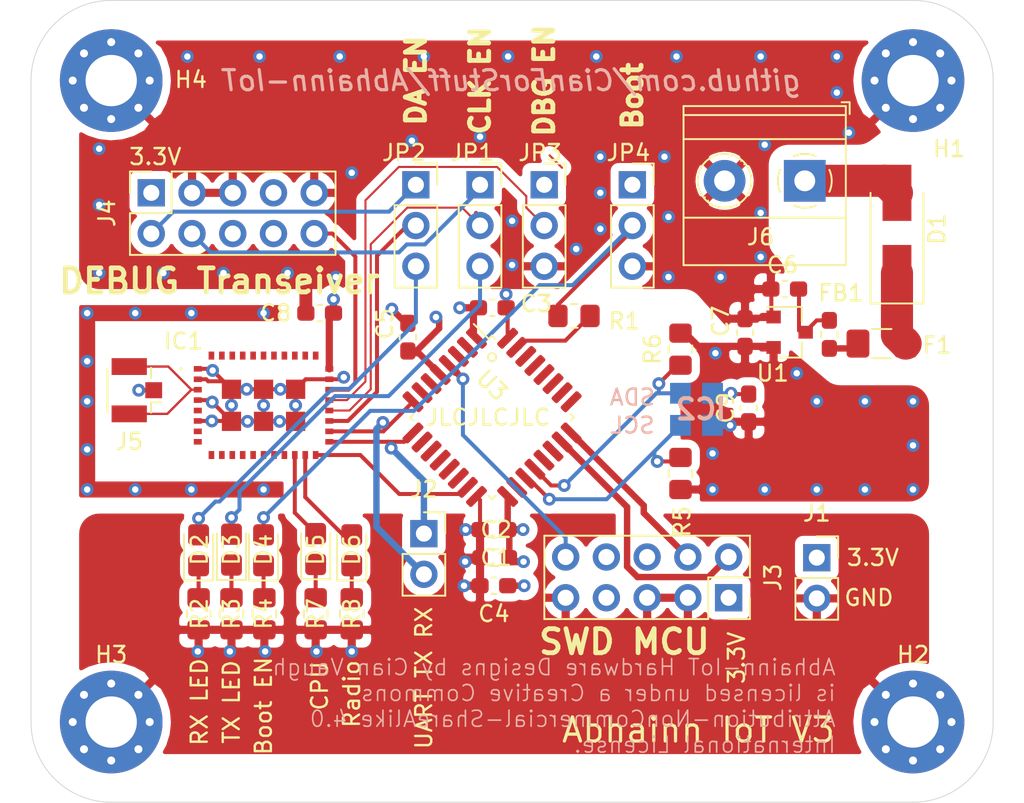
<source format=kicad_pcb>
(kicad_pcb (version 20210824) (generator pcbnew)
  (title_block (date "2021-07-03"))
  (layers (0 "F.Cu" signal) (1 "In1.Cu" power) (2 "In2.Cu" power) (31 "B.Cu" signal) (34 "B.Paste" user) (35 "F.Paste" user) (36 "B.SilkS" user "B.Silkscreen") (37 "F.SilkS" user "F.Silkscreen") (38 "B.Mask" user) (39 "F.Mask" user) (44 "Edge.Cuts" user))
  (net 0 "")
  (net 1 "GND")
  (net 2 "+3V3")
  (net 3 "Net-(C6-Pad1)")
  (net 4 "+5V")
  (net 5 "Net-(D1-Pad1)")
  (net 6 "LED_RX")
  (net 7 "Net-(D2-Pad1)")
  (net 8 "LED_TX")
  (net 9 "Net-(D3-Pad1)")
  (net 10 "Net-(D4-Pad2)")
  (net 11 "Net-(D4-Pad1)")
  (net 12 "CPU_LED")
  (net 13 "Net-(D5-Pad1)")
  (net 14 "RADIO_LED")
  (net 15 "Net-(D6-Pad1)")
  (net 16 "RESET_N")
  (net 17 "DBG_EN")
  (net 18 "TX_LED+DBG_CLK")
  (net 19 "RX_LED+DBG_DATA")
  (net 20 "LPUART1_TX")
  (net 21 "LPUART1_RX")
  (net 22 "DEEP_SLEEP_WAKUP")
  (net 23 "Net-(IC1-Pad3)")
  (net 24 "PRESSURE_SDA")
  (net 25 "PRESSURE_SCL")
  (net 26 "NRST")
  (net 27 "SWCLK")
  (net 28 "SWDIO")
  (net 29 "TS_DBG_CLK")
  (net 30 "TS_DBG_DATA")
  (net 31 "BOOT0")
  (net 32 "Net-(F1-Pad2)")
  (footprint "Resistor_SMD:R_0603_1608Metric_Pad0.98x0.95mm_HandSolder" (layer "F.Cu") (at 143.9125 89.75 180)
    (fp_text reference "C1")
    (fp_text value "10uF")
  )
  (footprint "Capacitor_SMD:C_0603_1608Metric_Pad1.08x0.95mm_HandSolder" (layer "F.Cu") (at 143.8625 88 180)
    (fp_text reference "C2")
    (fp_text value "100nF")
  )
  (footprint "Capacitor_SMD:C_0603_1608Metric_Pad1.08x0.95mm_HandSolder" (layer "F.Cu") (at 143.764 74.168)
    (fp_text reference "C3")
    (fp_text value "100nF")
  )
  (footprint "Capacitor_SMD:C_0603_1608Metric_Pad1.08x0.95mm_HandSolder" (layer "F.Cu") (at 143.8625 91.5 180)
    (fp_text reference "C4")
    (fp_text value "100nF")
  )
  (footprint "Capacitor_SMD:C_0603_1608Metric_Pad1.08x0.95mm_HandSolder" (layer "F.Cu") (at 138.5 76 90)
    (fp_text reference "C5")
    (fp_text value "100nF")
  )
  (footprint "Capacitor_SMD:C_0603_1608Metric_Pad1.08x0.95mm_HandSolder" (layer "F.Cu") (at 159.52456 75.71046 90)
    (fp_text reference "C7")
    (fp_text value "10uF")
  )
  (footprint "Capacitor_SMD:C_0603_1608Metric_Pad1.08x0.95mm_HandSolder" (layer "F.Cu") (at 133 74.5 180)
    (fp_text reference "C8")
    (fp_text value "4.7uf")
  )
  (footprint "Capacitor_SMD:C_0603_1608Metric_Pad1.08x0.95mm_HandSolder" (layer "F.Cu") (at 159.75 80.4125 90)
    (fp_text reference "C9")
    (fp_text value "100nF")
  )
  (footprint "LED_SMD:LED_0805_2012Metric_Castellated" (layer "F.Cu") (at 125.45 89.2875 90)
    (fp_text reference "D2")
    (fp_text value "YELLOW")
  )
  (footprint "LED_SMD:LED_0805_2012Metric_Castellated" (layer "F.Cu") (at 129.5 89.2875 90)
    (fp_text reference "D4")
    (fp_text value "YELLOW")
  )
  (footprint "LED_SMD:LED_0805_2012Metric_Castellated" (layer "F.Cu") (at 132.75 89.2125 90)
    (fp_text reference "D5")
    (fp_text value "YELLOW")
  )
  (footprint "LED_SMD:LED_0805_2012Metric_Castellated" (layer "F.Cu") (at 135 89.2875 90)
    (fp_text reference "D6")
    (fp_text value "YELLOW")
  )
  (footprint "Inductor_SMD:L_0603_1608Metric_Pad1.05x0.95mm_HandSolder" (layer "F.Cu") (at 164.78236 75.82716 90)
    (fp_text reference "FB1")
    (fp_text value "100 @ 100Mhz")
  )
  (footprint "MountingHole:MountingHole_3.2mm_M3_Pad_Via" (layer "F.Cu") (at 170 100)
    (fp_text reference "H2")
    (fp_text value "MountingHole_Pad")
  )
  (footprint "SamacSys_Parts:AXSIPSFEU101TX30" (layer "F.Cu") (at 129.5 80.25)
    (fp_text reference "IC1")
    (fp_text value "AX-SIP-SFEU-1-01-TX30" hide)
  )
  (footprint "Connector_PinSocket_2.54mm:PinSocket_1x02_P2.54mm_Vertical" (layer "F.Cu") (at 164 89.75)
    (fp_text reference "J1")
    (fp_text value "Conn_01x02")
  )
  (footprint "Connector_PinSocket_2.54mm:PinSocket_1x02_P2.54mm_Vertical" (layer "F.Cu") (at 139.5 88.25)
    (fp_text reference "J2")
    (fp_text value "Conn_01x02")
  )
  (footprint "Connector_PinSocket_2.54mm:PinSocket_2x05_P2.54mm_Vertical" (layer "F.Cu") (at 158.5 92.25 -90)
    (fp_text reference "J3")
    (fp_text value "Conn_02x05_Odd_Even")
  )
  (footprint "Connector_PinSocket_2.54mm:PinSocket_2x05_P2.54mm_Vertical" (layer "F.Cu") (at 122.5 67 90)
    (fp_text reference "J4")
    (fp_text value "Conn_02x05_Odd_Even")
  )
  (footprint "TerminalBlock_Phoenix:TerminalBlock_Phoenix_MKDS-1,5-2_1x02_P5.00mm_Horizontal" (layer "F.Cu") (at 163.25 66.25 180)
    (fp_text reference "J6")
    (fp_text value "Conn_01x02_Female")
  )
  (footprint "Connector_PinSocket_2.54mm:PinSocket_1x03_P2.54mm_Vertical" (layer "F.Cu") (at 143 66.5)
    (fp_text reference "JP1")
    (fp_text value "Jumper_3_Bridged12")
  )
  (footprint "Connector_PinSocket_2.54mm:PinSocket_1x03_P2.54mm_Vertical" (layer "F.Cu") (at 139 66.5)
    (fp_text reference "JP2")
    (fp_text value "Jumper_3_Bridged12")
  )
  (footprint "Connector_PinSocket_2.54mm:PinSocket_1x03_P2.54mm_Vertical" (layer "F.Cu") (at 147 66.5)
    (fp_text reference "JP3")
    (fp_text value "Jumper_3_Bridged12")
  )
  (footprint "Connector_PinSocket_2.54mm:PinSocket_1x03_P2.54mm_Vertical" (layer "F.Cu") (at 152.5 66.5)
    (fp_text reference "JP4")
    (fp_text value "Jumper_3_Bridged12")
  )
  (footprint "Resistor_SMD:R_0805_2012Metric_Pad1.20x1.40mm_HandSolder" (layer "F.Cu") (at 148.86 74.676)
    (fp_text reference "R1")
    (fp_text value "10k")
  )
  (footprint "Resistor_SMD:R_0805_2012Metric_Pad1.20x1.40mm_HandSolder" (layer "F.Cu") (at 125.45 93.25 -90)
    (fp_text reference "R2")
    (fp_text value "2k")
  )
  (footprint "Resistor_SMD:R_0805_2012Metric_Pad1.20x1.40mm_HandSolder" (layer "F.Cu") (at 129.55 93.25 -90)
    (fp_text reference "R4")
    (fp_text value "2k")
  )
  (footprint "Resistor_SMD:R_0805_2012Metric_Pad1.20x1.40mm_HandSolder" (layer "F.Cu") (at 132.75 93.25 -90)
    (fp_text reference "R7")
    (fp_text value "2k")
  )
  (footprint "Resistor_SMD:R_0805_2012Metric_Pad1.20x1.40mm_HandSolder" (layer "F.Cu") (at 135 93.25 -90)
    (fp_text reference "R8")
    (fp_text value "2k")
  )
  (footprint "Package_QFP:LQFP-32_7x7mm_P0.8mm" (layer "F.Cu") (at 143.75 81 -45)
    (fp_text reference "U3")
    (fp_text value "STM32L082KZTx")
  )
  (footprint "Connector_Coaxial:U.FL_Hirose_U.FL-R-SMT-1_Vertical" (layer "F.Cu") (at 121.59998 79.30822 180)
    (fp_text reference "J5")
    (fp_text value "Conn_Coaxial")
  )
  (footprint "MountingHole:MountingHole_3.2mm_M3_Pad_Via" (layer "F.Cu") (at 170 60)
    (fp_text reference "H1")
    (fp_text value "MountingHole_Pad")
  )
  (footprint "Capacitor_SMD:C_0603_1608Metric_Pad1.08x0.95mm_HandSolder" (layer "F.Cu") (at 162 73 180)
    (fp_text reference "C6")
    (fp_text value "10uF")
  )
  (footprint "Package_TO_SOT_SMD:SOT-23" (layer "F.Cu") (at 162.306 75.692)
    (fp_text reference "U1")
    (fp_text value "XC6206PxxxMR")
  )
  (footprint "Diode_SMD:D_SMA_Handsoldering" (layer "F.Cu") (at 169 69.5 90)
    (fp_text reference "D1")
    (fp_text value "B5819W")
  )
  (footprint "Fuse:Fuse_1206_3216Metric_Pad1.42x1.75mm_HandSolder" (layer "F.Cu") (at 168.05388 76.40244 180)
    (fp_text reference "F1")
    (fp_text value "500mA")
  )
  (footprint "LED_SMD:LED_0805_2012Metric_Castellated" (layer "F.Cu") (at 127.5 89.25 90)
    (fp_text reference "D3")
    (fp_text value "YELLOW")
  )
  (footprint "Resistor_SMD:R_0805_2012Metric_Pad1.20x1.40mm_HandSolder" (layer "F.Cu") (at 127.5 93.25 -90)
    (fp_text reference "R3")
    (fp_text value "2k")
  )
  (footprint "MountingHole:MountingHole_3.2mm_M3_Pad_Via" (layer "F.Cu") (at 120 100)
    (fp_text reference "H3")
    (fp_text value "MountingHole_Pad")
  )
  (footprint "Resistor_SMD:R_0805_2012Metric_Pad1.20x1.40mm_HandSolder" (layer "F.Cu") (at 155.5 84.5 90)
    (fp_text reference "R5")
    (fp_text value "10k")
  )
  (footprint "Resistor_SMD:R_0805_2012Metric_Pad1.20x1.40mm_HandSolder" (layer "F.Cu") (at 155.5 76.75 -90)
    (fp_text reference "R6")
    (fp_text value "10k")
  )
  (footprint "MountingHole:MountingHole_3.2mm_M3_Pad_Via" (layer "F.Cu") (at 120 60)
    (fp_text reference "H4")
    (fp_text value "MountingHole_Pad")
  )
  (footprint "SamacSys_Parts:MS584002BA01" (layer "B.Cu") (at 156.5 80.5 180)
    (fp_text reference "IC2")
    (fp_text value "MS5840-02BA01" hide)
  )
  (gr_circle (center 143.75 77.25) (end 143.75 77.5) (layer "F.SilkS") (width 0.12) (fill none))
  (gr_line (start 175 60) (end 175 100) (layer "Edge.Cuts") (width 0.05))
  (gr_line (start 120 105) (end 170 105) (layer "Edge.Cuts") (width 0.05))
  (gr_line (start 115 100) (end 115 60) (layer "Edge.Cuts") (width 0.05))
  (gr_line (start 120 55) (end 170 55) (layer "Edge.Cuts") (width 0.05))
  (gr_arc (start 170 60) (end 175 60) (angle -90) (layer "Edge.Cuts") (width 0.05))
  (gr_arc (start 170 100) (end 170 105) (angle -90) (layer "Edge.Cuts") (width 0.05))
  (gr_arc (start 120 60) (end 120 55) (angle -90) (layer "Edge.Cuts") (width 0.05))
  (gr_arc (start 120 100) (end 115 100) (angle -90) (layer "Edge.Cuts") (width 0.05))
  (gr_text "SCL" (at 152.5 81.5) (layer "B.SilkS") (effects (font (size 1 1)) (justify mirror)))
  (gr_text "Abhainn-IoT Hardware Designs by Cian Vaugh \nis licensed under a Creative Commons\nAttribution-NonCommercial-ShareAlike 4.0\nInternational License.\n" (at 165.25 99) (layer "B.SilkS") (effects (font (size 1 1) (thickness 0.1)) (justify left mirror)))
  (gr_text "SDA" (at 152.5 79.75) (layer "B.SilkS") (effects (font (size 1 1)) (justify mirror)))
  (gr_text "github.com/CianForStuff/Abhainn-IoT" (at 145 60) (layer "B.SilkS") (effects (font (size 1.25 1.25) (thickness 0.2) italic) (justify mirror)))
  (gr_text "Boot \n" (at 152.5 60.5 90) (layer "F.SilkS") (effects (font (size 1.2 1.2) (thickness 0.3))))
  (gr_text "DEBUG Transeiver\n" (at 126.75 72.5) (layer "F.SilkS") (effects (font (size 1.5 1.5) (thickness 0.3))))
  (gr_text "CPU" (at 133 97.75 90) (layer "F.SilkS") (effects (font (size 1 1))))
  (gr_text "Radio\n" (at 135 98.25 90) (layer "F.SilkS") (effects (font (size 1 1))))
  (gr_text "GND\n" (at 167.25 92.25) (layer "F.SilkS") (effects (font (size 1 1))))
  (gr_text "DA EN\n" (at 139 60 90) (layer "F.SilkS") (effects (font (size 1.2 1.2) (thickness 0.3))))
  (gr_text "RX LED" (at 125.5 98.75 90) (layer "F.SilkS") (effects (font (size 1 1))))
  (gr_text "SWD MCU" (at 152 95) (layer "F.SilkS") (effects (font (size 1.5 1.5) (thickness 0.3))))
  (gr_text "JLCJLCJLC" (at 143.5 81) (layer "F.SilkS") (effects (font (size 1 1))))
  (gr_text "3.3V" (at 159 96 90) (layer "F.SilkS") (effects (font (size 1 1))))
  (gr_text "DBG EN" (at 147 60 90) (layer "F.SilkS") (effects (font (size 1.2 1.2) (thickness 0.3))))
  (gr_text "Boot EN\n" (at 129.5 99 90) (layer "F.SilkS") (effects (font (size 1 1))))
  (gr_text "3.3V\n" (at 167.5 89.75) (layer "F.SilkS") (effects (font (size 1 1))))
  (gr_text "TX LED\n" (at 127.5 98.75 90) (layer "F.SilkS") (effects (font (size 1 1))))
  (gr_text "CLK EN\n" (at 143 60 90) (layer "F.SilkS") (effects (font (size 1.2 1.2) (thickness 0.3))))
  (gr_text "3.3V\n" (at 122.75 64.75) (layer "F.SilkS") (effects (font (size 1 1))))
  (gr_text "UART TX RX" (at 139.5 97.25 90) (layer "F.SilkS") (effects (font (size 1 1))))
  (gr_text "Abhainn IoT V3" (at 165.25 100.5) (layer "F.SilkS") (effects (font (size 1.5 1.5) (thickness 0.2)) (justify right)))
  (segment (start 148.115001 65.437999) (end 147.336983 64.659981) (width 0.13) (layer "F.Cu") (net 0))
  (segment (start 142.07 90) (end 142.07 90) (width 0.25) (layer "F.Cu") (net 1))
  (segment (start 142.102 88) (end 142.102 88) (width 0.25) (layer "F.Cu") (net 1))
  (segment (start 144.6265 73.3265) (end 144.6265 73.3265) (width 0.25) (layer "F.Cu") (net 1))
  (segment (start 134.5 78.5) (end 134.5 78.5) (width 0.25) (layer "F.Cu") (net 1))
  (segment (start 121.7186 79.30822) (end 121.7186 79.30822) (width 0.25) (layer "F.Cu") (net 1))
  (segment (start 127.5 80.25) (end 127.5 79.25) (width 0.25) (layer "F.Cu") (net 1))
  (segment (start 129.5 80.25) (end 129.5 81.25) (width 0.25) (layer "F.Cu") (net 1))
  (segment (start 131.5 80.25) (end 131.5 79.25) (width 0.25) (layer "F.Cu") (net 1))
  (segment (start 130.55 79.25) (end 131.5 79.25) (width 0.25) (layer "F.Cu") (net 1))
  (segment (start 128.45 79.25) (end 129.5 79.25) (width 0.25) (layer "F.Cu") (net 1))
  (segment (start 128.5 81.25) (end 127.5 81.25) (width 0.25) (layer "F.Cu") (net 1))
  (segment (start 130.5 81.25) (end 129.5 81.25) (width 0.25) (layer "F.Cu") (net 1))
  (segment (start 126.325 78.075) (end 127.5 79.25) (width 0.25) (layer "F.Cu") (net 1))
  (segment (start 126.3 80.05) (end 127.5 81.25) (width 0.25) (layer "F.Cu") (net 1))
  (segment (start 126.275 81.225) (end 127.475 81.225) (width 0.25) (layer "F.Cu") (net 1))
  (segment (start 161.025 74.765) (end 161.13 74.87) (width 0.25) (layer "F.Cu") (net 1))
  (segment (start 161.1125 74.8875) (end 161.13 74.87) (width 0.25) (layer "F.Cu") (net 1))
  (segment (start 142 91.5) (end 142 91.5) (width 0.4) (layer "F.Cu") (net 1))
  (segment (start 144.999999 71.500001) (end 147.480001 71.500001) (width 0.25) (layer "F.Cu") (net 1))
  (segment (start 161.1654 74.8346) (end 161.13 74.87) (width 0.25) (layer "F.Cu") (net 1))
  (segment (start 125.4 77.975) (end 126.225 77.975) (width 0.25) (layer "F.Cu") (net 1))
  (segment (start 133.6 78.625) (end 134.375 78.625) (width 0.25) (layer "F.Cu") (net 1))
  (segment (start 134.375 78.625) (end 134.5 78.5) (width 0.25) (layer "F.Cu") (net 1))
  (segment (start 131.5 81.25) (end 131.5 80.25) (width 0.25) (layer "F.Cu") (net 1))
  (segment (start 127.5 81.25) (end 127.5 80.25) (width 0.25) (layer "F.Cu") (net 1))
  (segment (start 144.722272 74.263772) (end 144.6265 74.168) (width 0.25) (layer "F.Cu") (net 1))
  (segment (start 143 88) (end 143 86.154342) (width 0.25) (layer "F.Cu") (net 1))
  (segment (start 159.75 79.55) (end 158.7 79.55) (width 0.25) (layer "F.Cu") (net 1))
  (segment (start 125.4 79.925) (end 126.175 79.925) (width 0.25) (layer "F.Cu") (net 1))
  (segment (start 125.925 78.625) (end 126.05 78.75) (width 0.25) (layer "F.Cu") (net 1))
  (segment (start 127.475 81.225) (end 127.5 81.25) (width 0.25) (layer "F.Cu") (net 1))
  (segment (start 126.175 79.925) (end 126.3 80.05) (width 0.25) (layer "F.Cu") (net 1))
  (segment (start 158.7 79.55) (end 158.65 79.5) (width 0.25) (layer "F.Cu") (net 1))
  (segment (start 126.225 77.975) (end 126.325 78.075) (width 0.25) (layer "F.Cu") (net 1))
  (segment (start 127.5 79.25) (end 127.5 79.3) (width 0.25) (layer "F.Cu") (net 1))
  (segment (start 161.10796 74.84796) (end 161.13 74.87) (width 0.25) (layer "F.Cu") (net 1))
  (segment (start 144.722272 76.06793) (end 144.722272 74.263772) (width 0.25) (layer "F.Cu") (net 1))
  (segment (start 138.5 75.1375) (end 138.3875 75.1375) (width 0.4) (layer "F.Cu") (net 1))
  (segment (start 143 86.154342) (end 142.777728 85.93207) (width 0.25) (layer "F.Cu") (net 1))
  (segment (start 159.52456 74.84796) (end 159.52456 67.52456) (width 0.25) (layer "F.Cu") (net 1))
  (segment (start 129.5 79.25) (end 130.55 79.25) (width 0.25) (layer "F.Cu") (net 1))
  (segment (start 125.4 78.625) (end 125.925 78.625) (width 0.25) (layer "F.Cu") (net 1))
  (segment (start 132.125 78.625) (end 131.5 79.25) (width 0.25) (layer "F.Cu") (net 1))
  (segment (start 125.4 81.225) (end 126.275 81.225) (width 0.25) (layer "F.Cu") (net 1))
  (segment (start 126.05 78.75) (end 127 78.75) (width 0.25) (layer "F.Cu") (net 1))
  (segment (start 159.52456 74.84796) (end 161.10796 74.84796) (width 0.25) (layer "F.Cu") (net 1))
  (segment (start 127.5 79.25) (end 128.45 79.25) (width 0.25) (layer "F.Cu") (net 1))
  (segment (start 138.3875 75.1375) (end 137.5 74.25) (width 0.4) (layer "F.Cu") (net 1))
  (segment (start 122.64998 79.30822) (end 121.7186 79.30822) (width 0.25) (layer "F.Cu") (net 1))
  (segment (start 131.5 81.25) (end 130.5 81.25) (width 0.25) (layer "F.Cu") (net 1))
  (segment (start 129.5 79.25) (end 129.5 80.25) (width 0.25) (layer "F.Cu") (net 1))
  (segment (start 144.6265 74.168) (end 144.6265 73.3265) (width 0.25) (layer "F.Cu") (net 1))
  (segment (start 159.52456 67.52456) (end 158.25 66.25) (width 0.25) (layer "F.Cu") (net 1))
  (segment (start 127 78.75) (end 127.5 79.25) (width 0.25) (layer "F.Cu") (net 1))
  (segment (start 129.5 81.25) (end 128.5 81.25) (width 0.25) (layer "F.Cu") (net 1))
  (segment (start 133.6 78.625) (end 132.125 78.625) (width 0.25) (layer "F.Cu") (net 1))
  (segment (start 132.1375 74.5) (end 132.1375 72.6375) (width 0.8) (layer "F.Cu") (net 1))
  (segment (start 143 90) (end 143 88) (width 0.4) (layer "F.Cu") (net 1))
  (segment (start 143 90) (end 142.07 90) (width 0.25) (layer "F.Cu") (net 1))
  (segment (start 161.1654 73.22236) (end 161.1654 74.8346) (width 0.25) (layer "F.Cu") (net 1))
  (segment (start 143 91.5) (end 142 91.5) (width 0.4) (layer "F.Cu") (net 1))
  (segment (start 143 88) (end 142.102 88) (width 0.25) (layer "F.Cu") (net 1))
  (via (at 143 63.5) (size 0.8) (drill 0.4) (layers "F.Cu" "B.Cu") (net 1))
  (via (at 131 72) (size 0.8) (drill 0.4) (layers "F.Cu" "B.Cu") (net 1))
  (via (at 128.5 81.25) (size 0.8) (drill 0.4) (layers "F.Cu" "B.Cu") (net 1))
  (via (at 119.25 67.75) (size 0.8) (drill 0.4) (layers "F.Cu" "B.Cu") (net 1))
  (via (at 121.5 85.5) (size 0.8) (drill 0.4) (layers "F.Cu" "B.Cu") (net 1))
  (via (at 132.8 95.6) (size 0.8) (drill 0.4) (layers "F.Cu" "B.Cu") (net 1))
  (via (at 129.5 85.5) (size 0.8) (drill 0.4) (layers "F.Cu" "B.Cu") (net 1))
  (via (at 150.25 58.5) (size 0.8) (drill 0.4) (layers "F.Cu" "B.Cu") (net 1))
  (via (at 125 85.5) (size 0.8) (drill 0.4) (layers "F.Cu" "B.Cu") (net 1))
  (via (at 134 72.25) (size 0.8) (drill 0.4) (layers "F.Cu" "B.Cu") (net 1))
  (via (at 154.5 64.75) (size 0.8) (drill 0.4) (layers "F.Cu" "B.Cu") (net 1))
  (via (at 165.25 58.5) (size 0.8) (drill 0.4) (layers "F.Cu" "B.Cu") (net 1))
  (via (at 154.75 72.25) (size 0.8) (drill 0.4) (layers "F.Cu" "B.Cu") (net 1))
  (via (at 130.5 81.25) (size 0.8) (drill 0.4) (layers "F.Cu" "B.Cu") (net 1))
  (via (at 134.25 58.5) (size 0.8) (drill 0.4) (layers "F.Cu" "B.Cu") (net 1))
  (via (at 121.5 74.5) (size 0.8) (drill 0.4) (layers "F.Cu" "B.Cu") (net 1))
  (via (at 121.7186 79.30822) (size 0.8) (drill 0.4) (layers "F.Cu" "B.Cu") (net 1))
  (via (at 160.75 64) (size 0.8) (drill 0.4) (layers "F.Cu" "B.Cu") (net 1))
  (via (at 130.55 79.25) (size 0.8) (drill 0.4) (layers "F.Cu" "B.Cu") (net 1))
  (via (at 127.5 80.25) (size 0.8) (drill 0.4) (layers "F.Cu" "B.Cu") (net 1))
  (via (at 166 63.25) (size 0.8) (drill 0.4) (layers "F.Cu" "B.Cu") (net 1))
  (via (at 142 91.5) (size 0.8) (drill 0.4) (layers "F.Cu" "B.Cu") (net 1))
  (via (at 123.25 72) (size 0.8) (drill 0.4) (layers "F.Cu" "B.Cu") (net 1))
  (via (at 118.5 85.5) (size 0.8) (drill 0.4) (layers "F.Cu" "B.Cu") (net 1))
  (via (at 144.6265 73.3265) (size 0.8) (drill 0.4) (layers "F.Cu" "B.Cu") (net 1))
  (via (at 142.102 88) (size 0.8) (drill 0.4) (layers "F.Cu" "B.Cu") (net 1))
  (via (at 150.5 64.75) (size 0.8) (drill 0.4) (layers "F.Cu" "B.Cu") (net 1))
  (via (at 135 95.6) (size 0.8) (drill 0.4) (layers "F.Cu" "B.Cu") (net 1))
  (via (at 154.75 68.5) (size 0.8) (drill 0.4) (layers "F.Cu" "B.Cu") (net 1))
  (via (at 129.5 74.5) (size 0.8) (drill 0.4) (layers "F.Cu" "B.Cu") (net 1))
  (via (at 124.75 58.5) (size 0.8) (drill 0.4) (layers "F.Cu" "B.Cu") (net 1))
  (via (at 129.25 58.5) (size 0.8) (drill 0.4) (layers "F.Cu" "B.Cu") (net 1))
  (via (at 129.5 80.25) (size 0.8) (drill 0.4) (layers "F.Cu" "B.Cu") (net 1))
  (via (at 165.25 60.75) (size 0.8) (drill 0.4) (layers "F.Cu" "B.Cu") (net 1))
  (via (at 137.5 74.25) (size 0.8) (drill 0.4) (layers "F.Cu" "B.Cu") (net 1))
  (via (at 134.5 78.5) (size 0.8) (drill 0.4) (layers "F.Cu" "B.Cu") (net 1))
  (via (at 144.75 58.5) (size 0.8) (drill 0.4) (layers "F.Cu" "B.Cu") (net 1))
  (via (at 138.75 63.75) (size 0.8) (drill 0.4) (layers "F.Cu" "B.Cu") (net 1))
  (via (at 127.4 95.6) (size 0.8) (drill 0.4) (layers "F.Cu" "B.Cu") (net 1))
  (via (at 135 65.75) (size 0.8) (drill 0.4) (layers "F.Cu" "B.Cu") (net 1))
  (via (at 160.5 58.5) (size 0.8) (drill 0.4) (layers "F.Cu" "B.Cu") (net 1))
  (via (at 126.325 78.075) (size 0.8) (drill 0.4) (layers "F.Cu" "B.Cu") (net 1))
  (via (at 126.275 81.225) (size 0.8) (drill 0.4) (layers "F.Cu" "B.Cu") (net 1))
  (via (at 142.07 90) (size 0.8) (drill 0.4) (layers "F.Cu" "B.Cu") (net 1))
  (via (at 125.4 95.6) (size 0.8) (drill 0.4) (layers "F.Cu" "B.Cu") (net 1))
  (via (at 118.5 83) (size 0.8) (drill 0.4) (layers "F.Cu" "B.Cu") (net 1))
  (via (at 125 74.5) (size 0.8) (drill 0.4) (layers "F.Cu" "B.Cu") (net 1))
  (via (at 150.5 67) (size 0.8) (drill 0.4) (layers "F.Cu" "B.Cu") (net 1))
  (via (at 144.999999 71.500001) (size 0.8) (drill 0.4) (layers "F.Cu" "B.Cu") (net 1))
  (via (at 118.5 77.5) (size 0.8) (drill 0.4) (layers "F.Cu" "B.Cu") (net 1))
  (via (at 160.5 68.25) (size 0.8) (drill 0.4) (layers "F.Cu" "B.Cu") (net 1))
  (via (at 131.5 80.25) (size 0.8) (drill 0.4) (layers "F.Cu" "B.Cu") (net 1))
  (via (at 158.65 79.5) (size 0.8) (drill 0.4) (layers "F.Cu" "B.Cu") (net 1))
  (via (at 118.5 74.5) (size 0.8) (drill 0.4) (layers "F.Cu" "B.Cu") (net 1))
  (via (at 127 72) (size 0.8) (drill 0.4) (layers "F.Cu" "B.Cu") (net 1))
  (via (at 119.25 72) (size 0.8) (drill 0.4) (layers "F.Cu" "B.Cu") (net 1))
  (via (at 149 70.5) (size 0.8) (drill 0.4) (layers "F.Cu" "B.Cu") (net 1))
  (via (at 118.5 80) (size 0.8) (drill 0.4) (layers "F.Cu" "B.Cu") (net 1))
  (via (at 145 68.75) (size 0.8) (drill 0.4) (layers "F.Cu" "B.Cu") (net 1))
  (via (at 129.6 95.6) (size 0.8) (drill 0.4) (layers "F.Cu" "B.Cu") (net 1))
  (via (at 155.25 58.5) (size 0.8) (drill 0.4) (layers "F.Cu" "B.Cu") (net 1))
  (via (at 119.25 64.25) (size 0.8) (drill 0.4) (layers "F.Cu" "B.Cu") (net 1))
  (via (at 126.3 80.05) (size 0.8) (drill 0.4) (layers "F.Cu" "B.Cu") (net 1))
  (via (at 139.5 58.5) (size 0.8) (drill 0.4) (layers "F.Cu" "B.Cu") (net 1))
  (via (at 160.5 71) (size 0.8) (drill 0.4) (layers "F.Cu" "B.Cu") (net 1))
  (via (at 150.5 69.25) (size 0.8) (drill 0.4) (layers "F.Cu" "B.Cu") (net 1))
  (via (at 158 72.25) (size 0.8) (drill 0.4) (layers "F.Cu" "B.Cu") (net 1))
  (via (at 128.45 79.25) (size 0.8) (drill 0.4) (layers "F.Cu" "B.Cu") (net 1))
  (segment (start 158.65 79.5) (end 158.65 79.5) (width 0.25) (layer "B.Cu") (net 1))
  (segment (start 157.5 79.5) (end 158.65 79.5) (width 0.25) (layer "B.Cu") (net 1))
  (segment (start 145.68 88) (end 145.68 88) (width 0.45) (layer "F.Cu") (net 2))
  (segment (start 145.712 90) (end 145.712 90) (width 0.45) (layer "F.Cu") (net 2))
  (segment (start 133.8625 73.6375) (end 133.8625 73.6375) (width 0.45) (layer "F.Cu") (net 2))
  (segment (start 160.9725 76.6125) (end 161.13 76.77) (width 0.45) (layer "F.Cu") (net 2))
  (segment (start 145.75 91.5) (end 145.75 91.5) (width 0.4) (layer "F.Cu") (net 2))
  (segment (start 156.598791 76.57296) (end 155.637915 75.612084) (width 0.45) (layer "F.Cu") (net 2))
  (segment (start 156.75 85.5) (end 156.75 85.5) (width 0.45) (layer "F.Cu") (net 2))
  (segment (start 140.25 74.75) (end 140.25 74.75) (width 0.4) (layer "F.Cu") (net 2))
  (segment (start 157.67704 76.57296) (end 156.598791 76.57296) (width 0.45) (layer "F.Cu") (net 2))
  (segment (start 144.825 88.1) (end 144.725 88) (width 0.4) (layer "F.Cu") (net 2))
  (segment (start 140.45 75.45) (end 140.45 74.95) (width 0.4) (layer "F.Cu") (net 2))
  (segment (start 159.52456 76.57296) (end 157.67704 76.57296) (width 0.45) (layer "F.Cu") (net 2))
  (segment (start 160.93296 76.57296) (end 161.13 76.77) (width 0.45) (layer "F.Cu") (net 2))
  (segment (start 142.3625 75.652702) (end 142.777728 76.06793) (width 0.25) (layer "F.Cu") (net 2))
  (segment (start 133.6 77.975) (end 133.6 74.7625) (width 0.45) (layer "F.Cu") (net 2))
  (segment (start 140.45 74.95) (end 140.25 74.75) (width 0.4) (layer "F.Cu") (net 2))
  (segment (start 144.725 85.934798) (end 144.722272 85.93207) (width 0.4) (layer "F.Cu") (net 2))
  (segment (start 139.0375 76.8625) (end 140.45 75.45) (width 0.4) (layer "F.Cu") (net 2))
  (segment (start 142.777728 76.06793) (end 142.588547 75.878749) (width 0.45) (layer "F.Cu") (net 2))
  (segment (start 144.825 90) (end 144.825 88.1) (width 0.4) (layer "F.Cu") (net 2))
  (segment (start 155.5 85.5) (end 156.75 85.5) (width 0.45) (layer "F.Cu") (net 2))
  (segment (start 144.825 90) (end 145.712 90) (width 0.45) (layer "F.Cu") (net 2))
  (segment (start 144.725 88) (end 145.68 88) (width 0.45) (layer "F.Cu") (net 2))
  (segment (start 159.52456 76.57296) (end 160.93296 76.57296) (width 0.45) (layer "F.Cu") (net 2))
  (segment (start 139.184314 77) (end 138.5 77) (width 0.4) (layer "F.Cu") (net 2))
  (segment (start 140.514986 78.330672) (end 139.184314 77) (width 0.4) (layer "F.Cu") (net 2))
  (segment (start 133.6 74.7625) (end 133.8625 74.5) (width 0.45) (layer "F.Cu") (net 2))
  (segment (start 142.9015 74.168) (end 141.732 74.168) (width 0.45) (layer "F.Cu") (net 2))
  (segment (start 142.588547 75.878749) (end 142.588547 74.480953) (width 0.45) (layer "F.Cu") (net 2))
  (segment (start 138.5 76.8625) (end 139.0375 76.8625) (width 0.4) (layer "F.Cu") (net 2))
  (segment (start 158.825 81.275) (end 158.6 81.5) (width 0.45) (layer "F.Cu") (net 2))
  (segment (start 144.725 91.5) (end 145.75 91.5) (width 0.4) (layer "F.Cu") (net 2))
  (segment (start 159.75 81.275) (end 158.825 81.275) (width 0.45) (layer "F.Cu") (net 2))
  (segment (start 142.588547 74.480953) (end 142.9015 74.168) (width 0.45) (layer "F.Cu") (net 2))
  (segment (start 133.8625 74.5) (end 133.8625 73.6375) (width 0.45) (layer "F.Cu") (net 2))
  (segment (start 144.725 88) (end 144.725 85.934798) (width 0.4) (layer "F.Cu") (net 2))
  (via (at 145.75 91.5) (size 0.8) (drill 0.4) (layers "F.Cu" "B.Cu") (net 2))
  (via (at 167 85.5) (size 0.8) (drill 0.4) (layers "F.Cu" "B.Cu") (net 2))
  (via (at 157.67704 77) (size 0.8) (drill 0.4) (layers "F.Cu" "B.Cu") (net 2))
  (via (at 160.75 85.5) (size 0.8) (drill 0.4) (layers "F.Cu" "B.Cu") (net 2))
  (via (at 170 82.75) (size 0.8) (drill 0.4) (layers "F.Cu" "B.Cu") (net 2))
  (via (at 158.6 81.5) (size 0.8) (drill 0.4) (layers "F.Cu" "B.Cu") (net 2))
  (via (at 164 80) (size 0.8) (drill 0.4) (layers "F.Cu" "B.Cu") (net 2))
  (via (at 157.5 85.5) (size 0.8) (drill 0.4) (layers "F.Cu" "B.Cu") (net 2))
  (via (at 170 85.5) (size 0.8) (drill 0.4) (layers "F.Cu" "B.Cu") (net 2))
  (via (at 140.25 74.75) (size 0.8) (drill 0.4) (layers "F.Cu" "B.Cu") (net 2))
  (via (at 145.712 90) (size 0.8) (drill 0.4) (layers "F.Cu" "B.Cu") (net 2))
  (via (at 162.75 78.25) (size 0.8) (drill 0.4) (layers "F.Cu" "B.Cu") (net 2))
  (via (at 145.68 88) (size 0.8) (drill 0.4) (layers "F.Cu" "B.Cu") (net 2))
  (via (at 167 80) (size 0.8) (drill 0.4) (layers "F.Cu" "B.Cu") (net 2))
  (via (at 170 80) (size 0.8) (drill 0.4) (layers "F.Cu" "B.Cu") (net 2))
  (via (at 164 85.5) (size 0.8) (drill 0.4) (layers "F.Cu" "B.Cu") (net 2))
  (via (at 141.732 74.168) (size 0.8) (drill 0.4) (layers "F.Cu" "B.Cu") (net 2))
  (via (at 157.5 83.25) (size 0.8) (drill 0.4) (layers "F.Cu" "B.Cu") (net 2))
  (via (at 133.8625 73.6375) (size 0.8) (drill 0.4) (layers "F.Cu" "B.Cu") (net 2))
  (segment (start 158.6 81.5) (end 158.6 81.5) (width 0.45) (layer "B.Cu") (net 2))
  (segment (start 157.8735 81.1265) (end 157.5 81.5) (width 0.25) (layer "B.Cu") (net 2))
  (segment (start 157.5 81.5) (end 158.6 81.5) (width 0.45) (layer "B.Cu") (net 2))
  (segment (start 163.99784 74.95216) (end 163.13 75.82) (width 0.25) (layer "F.Cu") (net 3))
  (segment (start 162.8904 75.5804) (end 163.13 75.82) (width 0.25) (layer "F.Cu") (net 3))
  (segment (start 164.78236 74.95216) (end 163.99784 74.95216) (width 0.25) (layer "F.Cu") (net 3))
  (segment (start 162.8904 73.22236) (end 162.8904 75.5804) (width 0.25) (layer "F.Cu") (net 3))
  (segment (start 163.25 66.25) (end 168.25 66.25) (width 2) (layer "F.Cu") (net 4))
  (segment (start 163.6 66.6) (end 163.25 66.25) (width 0.45) (layer "F.Cu") (net 4))
  (segment (start 168.25 66.25) (end 169 67) (width 2) (layer "F.Cu") (net 4))
  (segment (start 169 72) (end 169 75.86106) (width 2) (layer "F.Cu") (net 5))
  (segment (start 169 75.86106) (end 169.54138 76.40244) (width 2) (layer "F.Cu") (net 5))
  (segment (start 125.45 87.3) (end 125.45 87.3) (width 0.25) (layer "F.Cu") (net 6))
  (segment (start 125.007498 88.2125) (end 125.45 88.2125) (width 0.25) (layer "F.Cu") (net 6))
  (segment (start 125.45 88.325) (end 125.45 87.3) (width 0.25) (layer "F.Cu") (net 6))
  (via (at 125.45 87.3) (size 0.8) (drill 0.4) (layers "F.Cu" "B.Cu") (net 6))
  (segment (start 125.45 87.3) (end 126.5 86.25) (width 0.25) (layer "B.Cu") (net 6))
  (segment (start 134.848001 79.225001) (end 139 75.073002) (width 0.25) (layer "B.Cu") (net 6))
  (segment (start 126.5 86.25) (end 126.75 86.25) (width 0.25) (layer "B.Cu") (net 6))
  (segment (start 139 75.073002) (end 139 71.58) (width 0.25) (layer "B.Cu") (net 6))
  (segment (start 133.774999 79.225001) (end 134.848001 79.225001) (width 0.25) (layer "B.Cu") (net 6))
  (segment (start 126.75 86.25) (end 133.774999 79.225001) (width 0.25) (layer "B.Cu") (net 6))
  (segment (start 125.45 90.1375) (end 125.45 92.175) (width 0.25) (layer "F.Cu") (net 7))
  (segment (start 127.5 87.25) (end 127.5 87.25) (width 0.25) (layer "F.Cu") (net 8))
  (segment (start 127.5 88.2875) (end 127.5 87.25) (width 0.25) (layer "F.Cu") (net 8))
  (via (at 127.5 87.25) (size 0.8) (drill 0.4) (layers "F.Cu" "B.Cu") (net 8))
  (segment (start 143 73.973002) (end 143 71.58) (width 0.25) (layer "B.Cu") (net 8))
  (segment (start 128 85.63641) (end 133.961399 79.675011) (width 0.25) (layer "B.Cu") (net 8))
  (segment (start 137.297991 79.675011) (end 143 73.973002) (width 0.25) (layer "B.Cu") (net 8))
  (segment (start 128 86.75) (end 128 85.63641) (width 0.25) (layer "B.Cu") (net 8))
  (segment (start 133.961399 79.675011) (end 137.297991 79.675011) (width 0.25) (layer "B.Cu") (net 8))
  (segment (start 127.5 87.25) (end 128 86.75) (width 0.25) (layer "B.Cu") (net 8))
  (segment (start 127.5 90.075) (end 127.5 92.075) (width 0.25) (layer "F.Cu") (net 9))
  (segment (start 129.5 87.25) (end 129.5 87.25) (width 0.25) (layer "F.Cu") (net 10))
  (segment (start 147.86 73.976) (end 152.5 69.336) (width 0.25) (layer "F.Cu") (net 10))
  (segment (start 152.5 69.336) (end 152.5 69.04) (width 0.25) (layer "F.Cu") (net 10))
  (segment (start 129.5 88.325) (end 129.5 87.25) (width 0.25) (layer "F.Cu") (net 10))
  (segment (start 147.86 74.676) (end 147.86 73.976) (width 0.25) (layer "F.Cu") (net 10))
  (via (at 129.5 87.25) (size 0.8) (drill 0.4) (layers "F.Cu" "B.Cu") (net 10))
  (segment (start 136.155001 80.594999) (end 138.875119 80.594999) (width 0.25) (layer "B.Cu") (net 10))
  (segment (start 138.875119 80.594999) (end 146.715117 72.755001) (width 0.25) (layer "B.Cu") (net 10))
  (segment (start 146.715117 72.755001) (end 148.784999 72.755001) (width 0.25) (layer "B.Cu") (net 10))
  (segment (start 129.5 87.25) (end 136.155001 80.594999) (width 0.25) (layer "B.Cu") (net 10))
  (segment (start 148.784999 72.755001) (end 152.5 69.04) (width 0.25) (layer "B.Cu") (net 10))
  (segment (start 129.5 90.25) (end 129.5 92.2) (width 0.25) (layer "F.Cu") (net 11))
  (segment (start 129.5 92.2) (end 129.55 92.25) (width 0.25) (layer "F.Cu") (net 11))
  (segment (start 131.45 86.95) (end 132.75 88.25) (width 0.25) (layer "F.Cu") (net 12))
  (segment (start 132.75 88.25) (end 132.95 88.05) (width 0.25) (layer "F.Cu") (net 12))
  (segment (start 131.45 83.35) (end 131.45 86.95) (width 0.25) (layer "F.Cu") (net 12))
  (segment (start 132.75 90.175) (end 132.75 92.25) (width 0.25) (layer "F.Cu") (net 13))
  (segment (start 134.45069 88.325) (end 135 88.325) (width 0.25) (layer "F.Cu") (net 14))
  (segment (start 132.1 83.35) (end 132.1 85.97431) (width 0.25) (layer "F.Cu") (net 14))
  (segment (start 132.1 85.97431) (end 134.45069 88.325) (width 0.25) (layer "F.Cu") (net 14))
  (segment (start 135 90.25) (end 135 92.25) (width 0.25) (layer "F.Cu") (net 15))
  (segment (start 135.225001 70.975001) (end 133.79 69.54) (width 0.25) (layer "F.Cu") (net 16))
  (segment (start 134.798002 79.275) (end 135.225001 78.848001) (width 0.25) (layer "F.Cu") (net 16))
  (segment (start 135.225001 78.848001) (end 135.225001 70.975001) (width 0.25) (layer "F.Cu") (net 16))
  (segment (start 133.79 69.54) (end 132.66 69.54) (width 0.25) (layer "F.Cu") (net 16))
  (segment (start 133.6 79.275) (end 134.798002 79.275) (width 0.25) (layer "F.Cu") (net 16))
  (segment (start 133.6 79.925) (end 134.699558 79.925) (width 0.13) (layer "F.Cu") (net 17))
  (segment (start 134.699558 79.925) (end 135.855011 78.769547) (width 0.13) (layer "F.Cu") (net 17))
  (segment (start 145.884999 67.924999) (end 147 69.04) (width 0.13) (layer "F.Cu") (net 17))
  (segment (start 144.062001 65.384999) (end 145.884999 67.207997) (width 0.13) (layer "F.Cu") (net 17))
  (segment (start 145.884999 67.207997) (end 145.884999 67.924999) (width 0.13) (layer "F.Cu") (net 17))
  (segment (start 135.855011 67.467987) (end 137.937999 65.384999) (width 0.13) (layer "F.Cu") (net 17))
  (segment (start 137.937999 65.384999) (end 144.062001 65.384999) (width 0.13) (layer "F.Cu") (net 17))
  (segment (start 135.855011 78.769547) (end 135.855011 67.467987) (width 0.13) (layer "F.Cu") (net 17))
  (segment (start 136.185021 79.245655) (end 136.185021 70.204777) (width 0.13) (layer "F.Cu") (net 18))
  (segment (start 138.464799 67.924999) (end 141.884999 67.924999) (width 0.13) (layer "F.Cu") (net 18))
  (segment (start 136.185021 70.204777) (end 138.464799 67.924999) (width 0.13) (layer "F.Cu") (net 18))
  (segment (start 141.884999 67.924999) (end 143 69.04) (width 0.13) (layer "F.Cu") (net 18))
  (segment (start 142.75 68.79) (end 143 69.04) (width 0.25) (layer "F.Cu") (net 18))
  (segment (start 142.75 68.25) (end 142.75 68.79) (width 0.25) (layer "F.Cu") (net 18))
  (segment (start 133.6 80.575) (end 134.855676 80.575) (width 0.13) (layer "F.Cu") (net 18))
  (segment (start 134.855676 80.575) (end 136.185021 79.245655) (width 0.13) (layer "F.Cu") (net 18))
  (segment (start 134.757232 81.225) (end 136.575031 79.407201) (width 0.25) (layer "F.Cu") (net 19))
  (segment (start 136.575031 70.924969) (end 139 68.5) (width 0.25) (layer "F.Cu") (net 19))
  (segment (start 133.6 81.225) (end 134.757232 81.225) (width 0.25) (layer "F.Cu") (net 19))
  (segment (start 136.575031 79.407201) (end 136.575031 70.924969) (width 0.25) (layer "F.Cu") (net 19))
  (segment (start 136.94 81.32) (end 136.94 81.32) (width 0.25) (layer "F.Cu") (net 20))
  (segment (start 137.237829 81.607829) (end 137.227829 81.607829) (width 0.25) (layer "F.Cu") (net 20))
  (segment (start 137.237829 81.607829) (end 136.970658 81.875) (width 0.25) (layer "F.Cu") (net 20))
  (segment (start 136.970658 81.875) (end 133.6 81.875) (width 0.25) (layer "F.Cu") (net 20))
  (segment (start 138.81793 80.027728) (end 137.237829 81.607829) (width 0.25) (layer "F.Cu") (net 20))
  (segment (start 137.227829 81.607829) (end 136.94 81.32) (width 0.25) (layer "F.Cu") (net 20))
  (via (at 136.94 81.32) (size 0.8) (drill 0.4) (layers "F.Cu" "B.Cu") (net 20))
  (segment (start 136.94 81.32) (end 136.9 81.32) (width 0.25) (layer "B.Cu") (net 20))
  (segment (start 136.540001 87.830001) (end 139.5 90.79) (width 0.4) (layer "B.Cu") (net 20))
  (segment (start 136.540001 81.719999) (end 136.540001 87.830001) (width 0.4) (layer "B.Cu") (net 20))
  (segment (start 136.94 81.32) (end 136.540001 81.719999) (width 0.4) (layer "B.Cu") (net 20))
  (segment (start 137.46 82.92) (end 137.46 82.92) (width 0.25) (layer "F.Cu") (net 21))
  (segment (start 137.275 82.525) (end 133.6 82.525) (width 0.25) (layer "F.Cu") (net 21))
  (segment (start 138.81793 81.972272) (end 138.265202 82.525) (width 0.25) (layer "F.Cu") (net 21))
  (segment (start 137.275 82.735) (end 137.46 82.92) (width 0.25) (layer "F.Cu") (net 21))
  (segment (start 138.265202 82.525) (end 137.275 82.525) (width 0.25) (layer "F.Cu") (net 21))
  (segment (start 137.275 82.525) (end 137.275 82.735) (width 0.25) (layer "F.Cu") (net 21))
  (via (at 137.46 82.92) (size 0.8) (drill 0.4) (layers "F.Cu" "B.Cu") (net 21))
  (segment (start 139.5 84.96) (end 137.46 82.92) (width 0.4) (layer "B.Cu") (net 21))
  (segment (start 139.5 88.25) (end 139.5 84.96) (width 0.4) (layer "B.Cu") (net 21))
  (segment (start 135.535002 83.35) (end 132.75 83.35) (width 0.25) (layer "F.Cu") (net 22))
  (segment (start 137.966041 85.781039) (end 135.535002 83.35) (width 0.25) (layer "F.Cu") (net 22))
  (segment (start 142.212043 85.366384) (end 141.797388 85.781039) (width 0.25) (layer "F.Cu") (net 22))
  (segment (start 141.797388 85.781039) (end 137.966041 85.781039) (width 0.25) (layer "F.Cu") (net 22))
  (segment (start 125.003188 79.275) (end 123.494968 80.78322) (width 0.146812) (layer "F.Cu") (net 23))
  (segment (start 123.494968 80.78322) (end 121.12498 80.78322) (width 0.146812) (layer "F.Cu") (net 23))
  (segment (start 125.003188 79.275) (end 123.561408 77.83322) (width 0.146812) (layer "F.Cu") (net 23))
  (segment (start 125.4 79.275) (end 125.003188 79.275) (width 0.146812) (layer "F.Cu") (net 23))
  (segment (start 123.561408 77.83322) (end 121.12498 77.83322) (width 0.146812) (layer "F.Cu") (net 23))
  (segment (start 155.3 77.75) (end 154.15 78.9) (width 0.25) (layer "F.Cu") (net 24))
  (segment (start 155.5 77.75) (end 155.3 77.75) (width 0.25) (layer "F.Cu") (net 24))
  (segment (start 146.419328 84.235014) (end 147.434314 85.25) (width 0.25) (layer "F.Cu") (net 24))
  (segment (start 147.434314 85.25) (end 148.25 85.25) (width 0.25) (layer "F.Cu") (net 24))
  (via (at 154.15 78.9) (size 0.8) (drill 0.4) (layers "F.Cu" "B.Cu") (net 24))
  (via (at 148.25 85.25) (size 0.8) (drill 0.4) (layers "F.Cu" "B.Cu") (net 24))
  (segment (start 154.15 79.5) (end 154.15 78.9) (width 0.25) (layer "B.Cu") (net 24))
  (segment (start 155.5 79.5) (end 154.15 79.5) (width 0.25) (layer "B.Cu") (net 24))
  (segment (start 154.15 78.9) (end 154.15 78.9) (width 0.25) (layer "B.Cu") (net 24))
  (segment (start 154 79.5) (end 154.15 79.5) (width 0.25) (layer "B.Cu") (net 24))
  (segment (start 148.25 85.25) (end 154 79.5) (width 0.25) (layer "B.Cu") (net 24))
  (segment (start 155.25 83.75) (end 155.5 83.5) (width 0.25) (layer "F.Cu") (net 25))
  (segment (start 154.05 83.75) (end 155.25 83.75) (width 0.25) (layer "F.Cu") (net 25))
  (segment (start 146.014699 84.800699) (end 147.32 86.106) (width 0.25) (layer "F.Cu") (net 25))
  (segment (start 145.853643 84.800699) (end 146.014699 84.800699) (width 0.25) (layer "F.Cu") (net 25))
  (via (at 154.05 83.75) (size 0.8) (drill 0.4) (layers "F.Cu" "B.Cu") (net 25))
  (via (at 147.32 86.106) (size 0.8) (drill 0.4) (layers "F.Cu" "B.Cu") (net 25))
  (segment (start 147.32 86.106) (end 147.32 86.106) (width 0.25) (layer "B.Cu") (net 25))
  (segment (start 155.5 81.5) (end 153.875 83.125) (width 0.25) (layer "B.Cu") (net 25))
  (segment (start 154.05 83.75) (end 154.05 83.75) (width 0.25) (layer "B.Cu") (net 25))
  (segment (start 153.875 83.125) (end 153.875 83.575) (width 0.25) (layer "B.Cu") (net 25))
  (segment (start 153.875 83.575) (end 154.05 83.75) (width 0.25) (layer "B.Cu") (net 25))
  (segment (start 153.875 83.125) (end 150.894 86.106) (width 0.25) (layer "B.Cu") (net 25))
  (segment (start 150.894 86.106) (end 147.32 86.106) (width 0.25) (layer "B.Cu") (net 25))
  (segment (start 141.93266 78.61046) (end 141.93266 78.61046) (width 0.4) (layer "F.Cu") (net 26))
  (segment (start 141.93266 78.61046) (end 141.93266 78.61046) (width 0.4) (layer "F.Cu") (net 26))
  (segment (start 141.080672 77.764986) (end 141.080672 77.783872) (width 0.4) (layer "F.Cu") (net 26))
  (segment (start 141.087186 77.764986) (end 141.93266 78.61046) (width 0.4) (layer "F.Cu") (net 26))
  (segment (start 141.080672 77.764986) (end 141.087186 77.764986) (width 0.4) (layer "F.Cu") (net 26))
  (via (at 141.93266 78.61046) (size 0.8) (drill 0.4) (layers "F.Cu" "B.Cu") (net 26))
  (segment (start 148.34 89.71) (end 148.34 88.507919) (width 0.25) (layer "B.Cu") (net 26))
  (segment (start 141.93266 82.100579) (end 141.93266 78.61046) (width 0.25) (layer "B.Cu") (net 26))
  (segment (start 148.34 88.507919) (end 141.93266 82.100579) (width 0.25) (layer "B.Cu") (net 26))
  (segment (start 148.68207 81.972272) (end 153.209808 86.50001) (width 0.4) (layer "F.Cu") (net 27))
  (segment (start 153.209808 86.959808) (end 155.96 89.71) (width 0.4) (layer "F.Cu") (net 27))
  (segment (start 153.209808 86.50001) (end 153.209808 86.959808) (width 0.4) (layer "F.Cu") (net 27))
  (segment (start 158.5 89.71) (end 157.249999 90.960001) (width 0.4) (layer "F.Cu") (net 28))
  (segment (start 152.169999 86.591572) (end 148.116384 82.537957) (width 0.4) (layer "F.Cu") (net 28))
  (segment (start 152.819999 90.960001) (end 152.169999 90.310001) (width 0.4) (layer "F.Cu") (net 28))
  (segment (start 152.169999 90.310001) (end 152.169999 86.591572) (width 0.4) (layer "F.Cu") (net 28))
  (segment (start 157.249999 90.960001) (end 152.819999 90.960001) (width 0.4) (layer "F.Cu") (net 28))
  (segment (start 138.435999 70.215001) (end 139.564001 70.215001) (width 0.25) (layer "B.Cu") (net 29))
  (segment (start 139.564001 70.215001) (end 143 66.779002) (width 0.25) (layer "B.Cu") (net 29))
  (segment (start 126.215001 70.715001) (end 137.935999 70.715001) (width 0.25) (layer "B.Cu") (net 29))
  (segment (start 125.04 69.54) (end 126.215001 70.715001) (width 0.25) (layer "B.Cu") (net 29))
  (segment (start 137.935999 70.715001) (end 138.435999 70.215001) (width 0.25) (layer "B.Cu") (net 29))
  (segment (start 143 66.779002) (end 143 66.5) (width 0.25) (layer "B.Cu") (net 29))
  (segment (start 123.864999 68.175001) (end 137.324999 68.175001) (width 0.25) (layer "B.Cu") (net 30))
  (segment (start 122.5 69.54) (end 123.864999 68.175001) (width 0.25) (layer "B.Cu") (net 30))
  (segment (start 137.324999 68.175001) (end 139 66.5) (width 0.25) (layer "B.Cu") (net 30))
  (segment (start 145.287957 76.633616) (end 145.489384 76.633616) (width 0.25) (layer "F.Cu") (net 31))
  (segment (start 145.702612 76.218961) (end 145.287957 76.633616) (width 0.25) (layer "F.Cu") (net 31))
  (segment (start 148.317039 76.218961) (end 145.702612 76.218961) (width 0.25) (layer "F.Cu") (net 31))
  (segment (start 149.86 74.676) (end 148.317039 76.218961) (width 0.25) (layer "F.Cu") (net 31))
  (segment (start 166.26666 76.70216) (end 166.56638 76.40244) (width 0.4) (layer "F.Cu") (net 32))
  (segment (start 164.78236 76.70216) (end 166.26666 76.70216) (width 0.4) (layer "F.Cu") (net 32))
  (zone (net 1) (net_name "GND") (layer "F.Cu") (connect_pads (clearance 0.508)) (min_thickness 0.254) (fill yes (thermal_gap 0.508) (thermal_bridge_width 0.508) (smoothing fillet) (radius 1.25))
    (polygon (pts (xy 171 61) (xy 167 64) (xy 161 64) (xy 161 70.5) (xy 162 71.5) (xy 162 75.5) (xy 158.5 75.5) (xy 156.25 73) (xy 118 73) (xy 118 57.5) (xy 171 57.5)))
  )
  (zone (net 2) (net_name "+3V3") (layer "F.Cu") (connect_pads (clearance 0.508)) (min_thickness 0.254) (fill yes (thermal_gap 0.508) (thermal_bridge_width 0.508) (smoothing fillet) (radius 1.25))
    (polygon (pts (xy 171 86.25) (xy 155.5 86.25) (xy 155.5 76.5) (xy 162.04814 76.5) (xy 165 79) (xy 171 79)))
  )
  (zone (net 1) (net_name "GND") (layer "F.Cu") (connect_pads (clearance 0.508)) (min_thickness 0.254) (fill yes (thermal_gap 0.508) (thermal_bridge_width 0.508) (smoothing fillet) (radius 1.25))
    (polygon (pts (xy 171 102) (xy 118 102) (xy 118 87) (xy 171 87)))
  )
  (zone (net 1) (net_name "GND") (layer "F.Cu") (connect_pads (clearance 0.508)) (min_thickness 0.254) (fill yes (thermal_gap 0.508) (thermal_bridge_width 0.508))
    (polygon (pts (xy 130.5 75) (xy 119 75) (xy 119 85) (xy 130.75 85) (xy 130.75 86) (xy 118 86) (xy 118 74) (xy 130.5 74)))
  )
)
</source>
